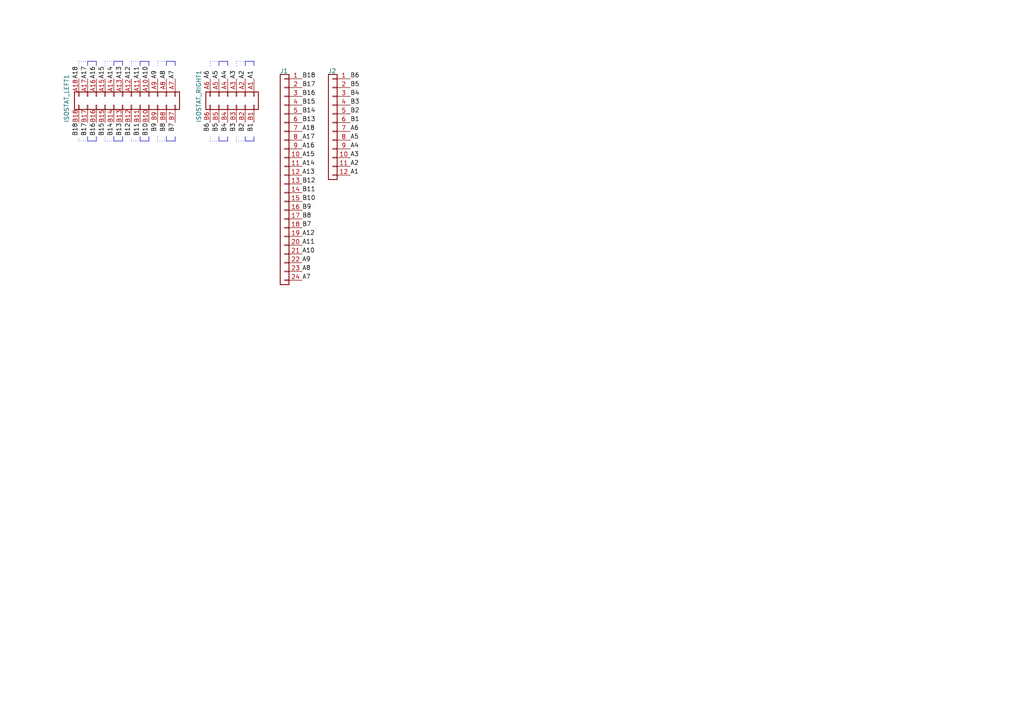
<source format=kicad_sch>
(kicad_sch (version 20250114) (generator "eeschema") (generator_version "9.0")
  (paper "A4")
  (lib_symbols
    (symbol "Connector_Generic:Conn_01x12" (pin_names (offset 1.016) (hide yes))
      (property "Reference" "J?" (at 2.54 -1.2699 0))
      (symbol "Conn_01x12_1_1"
        (rectangle (start -1.27 13.97) (end 1.27 -16.51) (stroke (width 0.254)))
        (rectangle (start -1.27 12.827) (end 0 12.573) (stroke (width 0.1524)))
        (rectangle (start -1.27 10.287) (end 0 10.033) (stroke (width 0.1524)))
        (rectangle (start -1.27 7.747) (end 0 7.493) (stroke (width 0.1524)))
        (rectangle (start -1.27 5.207) (end 0 4.953) (stroke (width 0.1524)))
        (rectangle (start -1.27 2.667) (end 0 2.413) (stroke (width 0.1524)))
        (rectangle (start -1.27 0.127) (end 0 -0.127) (stroke (width 0.1524)))
        (rectangle (start -1.27 -2.413) (end 0 -2.667) (stroke (width 0.1524)))
        (rectangle (start -1.27 -4.953) (end 0 -5.207) (stroke (width 0.1524)))
        (rectangle (start -1.27 -7.493) (end 0 -7.747) (stroke (width 0.1524)))
        (rectangle (start -1.27 -10.033) (end 0 -10.287) (stroke (width 0.1524)))
        (rectangle (start -1.27 -12.573) (end 0 -12.827) (stroke (width 0.1524)))
        (rectangle (start -1.27 -15.113) (end 0 -15.367) (stroke (width 0.1524)))
        (pin passive line (at -5.08 12.7 0) (length 3.81) (name "Pin_1") (number "1"))
        (pin passive line (at -5.08 10.16 0) (length 3.81) (name "Pin_2") (number "2"))
        (pin passive line (at -5.08 7.62 0) (length 3.81) (name "Pin_3") (number "3"))
        (pin passive line (at -5.08 5.08 0) (length 3.81) (name "Pin_4") (number "4"))
        (pin passive line (at -5.08 2.54 0) (length 3.81) (name "Pin_5") (number "5"))
        (pin passive line (at -5.08 0 0) (length 3.81) (name "Pin_6") (number "6"))
        (pin passive line (at -5.08 -2.54 0) (length 3.81) (name "Pin_7") (number "7"))
        (pin passive line (at -5.08 -5.08 0) (length 3.81) (name "Pin_8") (number "8"))
        (pin passive line (at -5.08 -7.62 0) (length 3.81) (name "Pin_9") (number "9"))
        (pin passive line (at -5.08 -10.16 0) (length 3.81) (name "Pin_10") (number "10"))
        (pin passive line (at -5.08 -12.7 0) (length 3.81) (name "Pin_11") (number "11"))
        (pin passive line (at -5.08 -15.24 0) (length 3.81) (name "Pin_12") (number "12"))
      )
    )
    (symbol "Connector_Generic:Conn_01x24" (pin_names (offset 1.016) (hide yes))
      (property "Reference" "J?" (at 2.54 0.0001 0))
      (property "Value" "Conn_01x24" (at 2.54 -2.5399 0))
      (symbol "Conn_01x24_1_1"
        (rectangle (start -1.27 29.21) (end 1.27 -31.75) (stroke (width 0.254)))
        (rectangle (start -1.27 28.067) (end 0 27.813) (stroke (width 0.1524)))
        (rectangle (start -1.27 25.527) (end 0 25.273) (stroke (width 0.1524)))
        (rectangle (start -1.27 22.987) (end 0 22.733) (stroke (width 0.1524)))
        (rectangle (start -1.27 20.447) (end 0 20.193) (stroke (width 0.1524)))
        (rectangle (start -1.27 17.907) (end 0 17.653) (stroke (width 0.1524)))
        (rectangle (start -1.27 15.367) (end 0 15.113) (stroke (width 0.1524)))
        (rectangle (start -1.27 12.827) (end 0 12.573) (stroke (width 0.1524)))
        (rectangle (start -1.27 10.287) (end 0 10.033) (stroke (width 0.1524)))
        (rectangle (start -1.27 7.747) (end 0 7.493) (stroke (width 0.1524)))
        (rectangle (start -1.27 5.207) (end 0 4.953) (stroke (width 0.1524)))
        (rectangle (start -1.27 2.667) (end 0 2.413) (stroke (width 0.1524)))
        (rectangle (start -1.27 0.127) (end 0 -0.127) (stroke (width 0.1524)))
        (rectangle (start -1.27 -2.413) (end 0 -2.667) (stroke (width 0.1524)))
        (rectangle (start -1.27 -4.953) (end 0 -5.207) (stroke (width 0.1524)))
        (rectangle (start -1.27 -7.493) (end 0 -7.747) (stroke (width 0.1524)))
        (rectangle (start -1.27 -10.033) (end 0 -10.287) (stroke (width 0.1524)))
        (rectangle (start -1.27 -12.573) (end 0 -12.827) (stroke (width 0.1524)))
        (rectangle (start -1.27 -15.113) (end 0 -15.367) (stroke (width 0.1524)))
        (rectangle (start -1.27 -17.653) (end 0 -17.907) (stroke (width 0.1524)))
        (rectangle (start -1.27 -20.193) (end 0 -20.447) (stroke (width 0.1524)))
        (rectangle (start -1.27 -22.733) (end 0 -22.987) (stroke (width 0.1524)))
        (rectangle (start -1.27 -25.273) (end 0 -25.527) (stroke (width 0.1524)))
        (rectangle (start -1.27 -27.813) (end 0 -28.067) (stroke (width 0.1524)))
        (rectangle (start -1.27 -30.353) (end 0 -30.607) (stroke (width 0.1524)))
        (pin passive line (at -5.08 27.94 0) (length 3.81) (name "Pin_1") (number "1"))
        (pin passive line (at -5.08 25.4 0) (length 3.81) (name "Pin_2") (number "2"))
        (pin passive line (at -5.08 22.86 0) (length 3.81) (name "Pin_3") (number "3"))
        (pin passive line (at -5.08 20.32 0) (length 3.81) (name "Pin_4") (number "4"))
        (pin passive line (at -5.08 17.78 0) (length 3.81) (name "Pin_5") (number "5"))
        (pin passive line (at -5.08 15.24 0) (length 3.81) (name "Pin_6") (number "6"))
        (pin passive line (at -5.08 12.7 0) (length 3.81) (name "Pin_7") (number "7"))
        (pin passive line (at -5.08 10.16 0) (length 3.81) (name "Pin_8") (number "8"))
        (pin passive line (at -5.08 7.62 0) (length 3.81) (name "Pin_9") (number "9"))
        (pin passive line (at -5.08 5.08 0) (length 3.81) (name "Pin_10") (number "10"))
        (pin passive line (at -5.08 2.54 0) (length 3.81) (name "Pin_11") (number "11"))
        (pin passive line (at -5.08 0 0) (length 3.81) (name "Pin_12") (number "12"))
        (pin passive line (at -5.08 -2.54 0) (length 3.81) (name "Pin_13") (number "13"))
        (pin passive line (at -5.08 -5.08 0) (length 3.81) (name "Pin_14") (number "14"))
        (pin passive line (at -5.08 -7.62 0) (length 3.81) (name "Pin_15") (number "15"))
        (pin passive line (at -5.08 -10.16 0) (length 3.81) (name "Pin_16") (number "16"))
        (pin passive line (at -5.08 -12.7 0) (length 3.81) (name "Pin_17") (number "17"))
        (pin passive line (at -5.08 -15.24 0) (length 3.81) (name "Pin_18") (number "18"))
        (pin passive line (at -5.08 -17.78 0) (length 3.81) (name "Pin_19") (number "19"))
        (pin passive line (at -5.08 -20.32 0) (length 3.81) (name "Pin_20") (number "20"))
        (pin passive line (at -5.08 -22.86 0) (length 3.81) (name "Pin_21") (number "21"))
        (pin passive line (at -5.08 -25.4 0) (length 3.81) (name "Pin_22") (number "22"))
        (pin passive line (at -5.08 -27.94 0) (length 3.81) (name "Pin_23") (number "23"))
        (pin passive line (at -5.08 -30.48 0) (length 3.81) (name "Pin_24") (number "24"))
      )
    )
    (symbol "Connector_Generic:Conn_02x06_Row_Letter_Last" (pin_names (offset 1.016) (hide yes))
      (property "Reference" "ISOSTAT_RIGHT1" (at 7.62 -10.922 0))
      (symbol "Conn_02x06_Row_Letter_Last_1_1"
        (rectangle (start -1.27 6.35) (end 3.81 -8.89) (stroke (width 0.254)))
        (rectangle (start -1.27 5.207) (end 0 4.953) (stroke (width 0.1524)))
        (rectangle (start -1.27 2.667) (end 0 2.413) (stroke (width 0.1524)))
        (rectangle (start -1.27 0.127) (end 0 -0.127) (stroke (width 0.1524)))
        (rectangle (start -1.27 -2.413) (end 0 -2.667) (stroke (width 0.1524)))
        (rectangle (start -1.27 -4.953) (end 0 -5.207) (stroke (width 0.1524)))
        (rectangle (start -1.27 -7.493) (end 0 -7.747) (stroke (width 0.1524)))
        (rectangle (start 2.54 2.667) (end 3.81 2.413) (stroke (width 0.1524)))
        (rectangle (start 3.81 5.207) (end 2.54 4.953) (stroke (width 0.1524)))
        (rectangle (start 3.81 0.127) (end 2.54 -0.127) (stroke (width 0.1524)))
        (rectangle (start 3.81 -2.413) (end 2.54 -2.667) (stroke (width 0.1524)))
        (rectangle (start 3.81 -4.953) (end 2.54 -5.207) (stroke (width 0.1524)))
        (rectangle (start 3.81 -7.493) (end 2.54 -7.747) (stroke (width 0.1524)))
        (pin passive line (at -5.08 5.08 0) (length 3.81) (name "Pin_A1") (number "A1"))
        (pin passive line (at -5.08 2.54 0) (length 3.81) (name "Pin_A2") (number "A2"))
        (pin passive line (at -5.08 0 0) (length 3.81) (name "Pin_A3") (number "A3"))
        (pin passive line (at -5.08 -2.54 0) (length 3.81) (name "Pin_A4") (number "A4"))
        (pin passive line (at -5.08 -5.08 0) (length 3.81) (name "Pin_A5") (number "A5"))
        (pin passive line (at -5.08 -7.62 0) (length 3.81) (name "Pin_A6") (number "A6"))
        (pin passive line (at 7.62 5.08 180) (length 3.81) (name "Pin_B1") (number "B1"))
        (pin passive line (at 7.62 2.54 180) (length 3.81) (name "Pin_B2") (number "B2"))
        (pin passive line (at 7.62 0 180) (length 3.81) (name "Pin_B3") (number "B3"))
        (pin passive line (at 7.62 -2.54 180) (length 3.81) (name "Pin_B4") (number "B4"))
        (pin passive line (at 7.62 -5.08 180) (length 3.81) (name "Pin_B5") (number "B5"))
        (pin passive line (at 7.62 -7.62 180) (length 3.81) (name "Pin_B6") (number "B6"))
      )
    )
    (symbol "Connector_Generic:Conn_02x12_Row_Letter_Last" (pin_names (offset 1.016) (hide yes))
      (property "Reference" "ISOSTAT_LEFT1" (at 7.62 -18.796 0))
      (symbol "Conn_02x12_Row_Letter_Last_1_1"
        (rectangle (start -1.27 13.97) (end 3.81 -16.51) (stroke (width 0.254)))
        (rectangle (start -1.27 12.827) (end 0 12.573) (stroke (width 0.1524)))
        (rectangle (start -1.27 10.287) (end 0 10.033) (stroke (width 0.1524)))
        (rectangle (start -1.27 7.747) (end 0 7.493) (stroke (width 0.1524)))
        (rectangle (start -1.27 5.207) (end 0 4.953) (stroke (width 0.1524)))
        (rectangle (start -1.27 2.667) (end 0 2.413) (stroke (width 0.1524)))
        (rectangle (start -1.27 0.127) (end 0 -0.127) (stroke (width 0.1524)))
        (rectangle (start -1.27 -2.413) (end 0 -2.667) (stroke (width 0.1524)))
        (rectangle (start -1.27 -4.953) (end 0 -5.207) (stroke (width 0.1524)))
        (rectangle (start -1.27 -7.493) (end 0 -7.747) (stroke (width 0.1524)))
        (rectangle (start -1.27 -10.033) (end 0 -10.287) (stroke (width 0.1524)))
        (rectangle (start -1.27 -12.573) (end 0 -12.827) (stroke (width 0.1524)))
        (rectangle (start -1.27 -15.113) (end 0 -15.367) (stroke (width 0.1524)))
        (rectangle (start 3.81 12.827) (end 2.54 12.573) (stroke (width 0.1524)))
        (rectangle (start 3.81 10.287) (end 2.54 10.033) (stroke (width 0.1524)))
        (rectangle (start 3.81 7.747) (end 2.54 7.493) (stroke (width 0.1524)))
        (rectangle (start 3.81 5.207) (end 2.54 4.953) (stroke (width 0.1524)))
        (rectangle (start 3.81 2.667) (end 2.54 2.413) (stroke (width 0.1524)))
        (rectangle (start 3.81 0.127) (end 2.54 -0.127) (stroke (width 0.1524)))
        (rectangle (start 3.81 -2.413) (end 2.54 -2.667) (stroke (width 0.1524)))
        (rectangle (start 3.81 -4.953) (end 2.54 -5.207) (stroke (width 0.1524)))
        (rectangle (start 3.81 -7.493) (end 2.54 -7.747) (stroke (width 0.1524)))
        (rectangle (start 3.81 -10.033) (end 2.54 -10.287) (stroke (width 0.1524)))
        (rectangle (start 3.81 -12.573) (end 2.54 -12.827) (stroke (width 0.1524)))
        (rectangle (start 3.81 -15.113) (end 2.54 -15.367) (stroke (width 0.1524)))
        (pin passive line (at -5.08 12.7 0) (length 3.81) (name "Pin_A7") (number "A7"))
        (pin passive line (at -5.08 10.16 0) (length 3.81) (name "Pin_A8") (number "A8"))
        (pin passive line (at -5.08 7.62 0) (length 3.81) (name "Pin_A9") (number "A9"))
        (pin passive line (at -5.08 5.08 0) (length 3.81) (name "Pin_A10") (number "A10"))
        (pin passive line (at -5.08 2.54 0) (length 3.81) (name "Pin_A11") (number "A11"))
        (pin passive line (at -5.08 0 0) (length 3.81) (name "Pin_A12") (number "A12"))
        (pin passive line (at -5.08 -2.54 0) (length 3.81) (name "Pin_A13") (number "A13"))
        (pin passive line (at -5.08 -5.08 0) (length 3.81) (name "Pin_A14") (number "A14"))
        (pin passive line (at -5.08 -7.62 0) (length 3.81) (name "Pin_A15") (number "A15"))
        (pin passive line (at -5.08 -10.16 0) (length 3.81) (name "Pin_A16") (number "A16"))
        (pin passive line (at -5.08 -12.7 0) (length 3.81) (name "Pin_A17") (number "A17"))
        (pin passive line (at -5.08 -15.24 0) (length 3.81) (name "Pin_A18") (number "A18"))
        (pin passive line (at 7.62 12.7 180) (length 3.81) (name "Pin_B7") (number "B7"))
        (pin passive line (at 7.62 10.16 180) (length 3.81) (name "Pin_B8") (number "B8"))
        (pin passive line (at 7.62 7.62 180) (length 3.81) (name "Pin_B9") (number "B9"))
        (pin passive line (at 7.62 5.08 180) (length 3.81) (name "Pin_B10") (number "B10"))
        (pin passive line (at 7.62 2.54 180) (length 3.81) (name "Pin_B11") (number "B11"))
        (pin passive line (at 7.62 0 180) (length 3.81) (name "Pin_B12") (number "B12"))
        (pin passive line (at 7.62 -2.54 180) (length 3.81) (name "Pin_B13") (number "B13"))
        (pin passive line (at 7.62 -5.08 180) (length 3.81) (name "Pin_B14") (number "B14"))
        (pin passive line (at 7.62 -7.62 180) (length 3.81) (name "Pin_B15") (number "B15"))
        (pin passive line (at 7.62 -10.16 180) (length 3.81) (name "Pin_B16") (number "B16"))
        (pin passive line (at 7.62 -12.7 180) (length 3.81) (name "Pin_B17") (number "B17"))
        (pin passive line (at 7.62 -15.24 180) (length 3.81) (name "Pin_B18") (number "B18"))
      )
    )
  )
  (polyline (pts (xy 33.02 40.894) (xy 35.56 40.894)))
  (polyline (pts (xy 66.04 19.05) (xy 66.04 17.78)))
  (polyline (pts (xy 38.1 17.78) (xy 38.1 19.685)) (stroke (width 0) (type dot)))
  (polyline (pts (xy 30.48 39.624) (xy 30.48 39.624)) (stroke (width 0) (type dot)))
  (polyline (pts (xy 27.94 40.894) (xy 27.94 39.624)))
  (polyline (pts (xy 30.48 17.78) (xy 33.02 17.78)) (stroke (width 0) (type dot)))
  (polyline (pts (xy 35.56 40.894) (xy 35.56 39.624)))
  (polyline (pts (xy 48.26 17.78) (xy 48.26 19.05)))
  (polyline (pts (xy 68.58 39.624) (xy 68.58 39.624)) (stroke (width 0) (type dot)))
  (polyline (pts (xy 25.4 17.78) (xy 25.4 19.05)))
  (polyline (pts (xy 22.86 40.894) (xy 25.4 40.894)) (stroke (width 0) (type dot)))
  (polyline (pts (xy 38.1 17.78) (xy 40.64 17.78)) (stroke (width 0) (type dot)))
  (polyline (pts (xy 66.04 40.894) (xy 66.04 39.624)))
  (polyline (pts (xy 40.64 17.78) (xy 40.64 19.05)))
  (polyline (pts (xy 71.12 17.78) (xy 71.12 19.05)))
  (polyline (pts (xy 40.64 39.624) (xy 40.64 40.894)))
  (polyline (pts (xy 22.86 17.78) (xy 25.4 17.78)) (stroke (width 0) (type dot)))
  (polyline (pts (xy 45.72 40.894) (xy 48.26 40.894)) (stroke (width 0) (type dot)))
  (polyline (pts (xy 45.72 17.78) (xy 45.72 19.685)) (stroke (width 0) (type dot)))
  (polyline (pts (xy 35.56 17.78) (xy 33.02 17.78)))
  (polyline (pts (xy 63.5 17.78) (xy 63.5 19.05)))
  (polyline (pts (xy 43.18 19.05) (xy 43.18 17.78)))
  (polyline (pts (xy 50.8 19.05) (xy 50.8 17.78)))
  (polyline (pts (xy 68.58 40.894) (xy 71.12 40.894)) (stroke (width 0) (type dot)))
  (polyline (pts (xy 33.02 17.78) (xy 33.02 19.05)))
  (polyline (pts (xy 22.86 17.78) (xy 22.86 19.685)) (stroke (width 0) (type dot)))
  (polyline (pts (xy 60.96 40.894) (xy 60.96 39.624)) (stroke (width 0) (type dot)))
  (polyline (pts (xy 38.1 40.894) (xy 38.1 39.624)) (stroke (width 0) (type dot)))
  (polyline (pts (xy 71.12 40.894) (xy 73.66 40.894)))
  (polyline (pts (xy 60.96 40.894) (xy 63.5 40.894)) (stroke (width 0) (type dot)))
  (polyline (pts (xy 66.04 17.78) (xy 63.5 17.78)))
  (polyline (pts (xy 68.58 17.78) (xy 68.58 19.685)) (stroke (width 0) (type dot)))
  (polyline (pts (xy 71.12 39.624) (xy 71.12 40.894)))
  (polyline (pts (xy 45.72 17.78) (xy 48.26 17.78)) (stroke (width 0) (type dot)))
  (polyline (pts (xy 60.96 17.78) (xy 63.5 17.78)) (stroke (width 0) (type dot)))
  (polyline (pts (xy 30.48 40.894) (xy 33.02 40.894)) (stroke (width 0) (type dot)))
  (polyline (pts (xy 30.48 40.894) (xy 30.48 39.624)) (stroke (width 0) (type dot)))
  (polyline (pts (xy 45.72 40.894) (xy 45.72 39.624)) (stroke (width 0) (type dot)))
  (polyline (pts (xy 45.72 39.624) (xy 45.72 39.624)) (stroke (width 0) (type dot)))
  (polyline (pts (xy 25.4 39.624) (xy 25.4 40.894)))
  (polyline (pts (xy 63.5 39.624) (xy 63.5 40.894)))
  (polyline (pts (xy 22.86 40.894) (xy 22.86 39.624)) (stroke (width 0) (type dot)))
  (polyline (pts (xy 38.1 40.894) (xy 40.64 40.894)) (stroke (width 0) (type dot)))
  (polyline (pts (xy 73.66 40.894) (xy 73.66 39.624)))
  (polyline (pts (xy 60.96 17.78) (xy 60.96 19.685)) (stroke (width 0) (type dot)))
  (polyline (pts (xy 73.66 19.05) (xy 73.66 17.78)))
  (polyline (pts (xy 43.18 40.894) (xy 43.18 39.624)))
  (polyline (pts (xy 73.66 17.78) (xy 71.12 17.78)))
  (polyline (pts (xy 30.48 17.78) (xy 30.48 19.685)) (stroke (width 0) (type dot)))
  (polyline (pts (xy 43.18 17.78) (xy 40.64 17.78)))
  (polyline (pts (xy 60.96 39.624) (xy 60.96 39.624)) (stroke (width 0) (type dot)))
  (polyline (pts (xy 27.94 17.78) (xy 25.4 17.78)))
  (polyline (pts (xy 35.56 19.05) (xy 35.56 17.78)))
  (polyline (pts (xy 50.8 17.78) (xy 48.26 17.78)))
  (polyline (pts (xy 45.72 39.624) (xy 45.72 39.624)))
  (polyline (pts (xy 50.8 40.894) (xy 50.8 39.624)))
  (polyline (pts (xy 63.5 40.894) (xy 66.04 40.894)))
  (polyline (pts (xy 27.94 19.05) (xy 27.94 17.78)))
  (polyline (pts (xy 48.26 40.894) (xy 50.8 40.894)))
  (polyline (pts (xy 25.4 40.894) (xy 27.94 40.894)))
  (polyline (pts (xy 48.26 39.624) (xy 48.26 40.894)))
  (polyline (pts (xy 68.58 40.894) (xy 68.58 39.624)) (stroke (width 0) (type dot)))
  (polyline (pts (xy 40.64 40.894) (xy 43.18 40.894)))
  (polyline (pts (xy 33.02 39.624) (xy 33.02 40.894)))
  (polyline (pts (xy 68.58 17.78) (xy 71.12 17.78)) (stroke (width 0) (type dot)))
  (label "A16" (at 27.94 22.86 90))
  (label "A7" (at 87.63 81.28 0))
  (label "A12" (at 87.63 68.58 0))
  (label "B12" (at 87.63 53.34 0))
  (label "A3" (at 68.58 22.86 90))
  (label "A10" (at 43.18 22.86 90))
  (label "A4" (at 101.6 43.18 0))
  (label "B15" (at 87.63 30.48 0))
  (label "A2" (at 71.12 22.86 90))
  (label "B9" (at 87.63 60.96 0))
  (label "B17" (at 25.4 35.56 270))
  (label "B18" (at 87.63 22.86 0))
  (label "A7" (at 50.8 22.86 90))
  (label "A3" (at 101.6 45.72 0))
  (label "B16" (at 27.94 35.56 270))
  (label "A1" (at 73.66 22.86 90))
  (label "A6" (at 101.6 38.1 0))
  (label "B15" (at 30.48 35.56 270))
  (label "A9" (at 45.72 22.86 90))
  (label "A10" (at 87.63 73.66 0))
  (label "B2" (at 101.6 33.02 0))
  (label "A1" (at 101.6 50.8 0))
  (label "B6" (at 60.96 35.56 270))
  (label "A8" (at 48.26 22.86 90))
  (label "B18" (at 22.86 35.56 270))
  (label "A13" (at 35.56 22.86 90))
  (label "B2" (at 71.12 35.56 270))
  (label "B17" (at 87.63 25.4 0))
  (label "B4" (at 101.6 27.94 0))
  (label "A17" (at 25.4 22.86 90))
  (label "A11" (at 40.64 22.86 90))
  (label "B8" (at 87.63 63.5 0))
  (label "A14" (at 33.02 22.86 90))
  (label "A2" (at 101.6 48.26 0))
  (label "B11" (at 40.64 35.56 270))
  (label "B5" (at 101.6 25.4 0))
  (label "B12" (at 38.1 35.56 270))
  (label "A18" (at 87.63 38.1 0))
  (label "B13" (at 35.56 35.56 270))
  (label "A15" (at 30.48 22.86 90))
  (label "B11" (at 87.63 55.88 0))
  (label "B7" (at 87.63 66.04 0))
  (label "B3" (at 101.6 30.48 0))
  (label "A4" (at 66.04 22.86 90))
  (label "B1" (at 73.66 35.56 270))
  (label "B14" (at 87.63 33.02 0))
  (label "B9" (at 45.72 35.56 270))
  (label "B13" (at 87.63 35.56 0))
  (label "B10" (at 43.18 35.56 270))
  (label "A17" (at 87.63 40.64 0))
  (label "B10" (at 87.63 58.42 0))
  (label "A13" (at 87.63 50.8 0))
  (label "A5" (at 63.5 22.86 90))
  (label "B16" (at 87.63 27.94 0))
  (label "B6" (at 101.6 22.86 0))
  (label "B1" (at 101.6 35.56 0))
  (label "B5" (at 63.5 35.56 270))
  (label "A15" (at 87.63 45.72 0))
  (label "B4" (at 66.04 35.56 270))
  (label "A11" (at 87.63 71.12 0))
  (label "B7" (at 50.8 35.56 270))
  (label "A9" (at 87.63 76.2 0))
  (label "A14" (at 87.63 48.26 0))
  (label "B14" (at 33.02 35.56 270))
  (label "A8" (at 87.63 78.74 0))
  (label "A18" (at 22.86 22.86 90))
  (label "B3" (at 68.58 35.56 270))
  (label "A6" (at 60.96 22.86 90))
  (label "A5" (at 101.6 40.64 0))
  (label "B8" (at 48.26 35.56 270))
  (label "A12" (at 38.1 22.86 90))
  (label "A16" (at 87.63 43.18 0))
  (symbol (lib_id "Connector_Generic:Conn_01x24") (at 82.55 50.8 0) (mirror y) (unit 1)
    (property "Reference" "J1" (at 83.566 20.574 0) (effects (justify left)))
    (property "Value" "Conn_01x24" (effects (hide yes)))
    (property "Footprint" "Connector_PinHeader_1.27mm:PinHeader_1x24_P1.27mm_Vertical" (effects (hide yes)))
    (property "Description" "Generic connector, single row, 01x24, script generated (kicad-library-utils/schlib/autogen/connector/)" (effects (hide yes)))
  )
  (symbol (lib_id "Connector_Generic:Conn_02x12_Row_Letter_Last") (at 38.1 27.94 270) (unit 1)
    (property "Reference" "ISOSTAT_LEFT1" (at 19.304 35.56 0) (effects (justify right)))
    (property "Value" "Conn_02x12_Row_Letter_Last" (effects (hide yes)))
    (property "Footprint" "Connector_PinHeader_2.54mm:PinHeader_2x12_P2.54mm_Vertical" (effects (hide yes)))
    (property "Description" "Generic connector, double row, 02x12, row letter last pin numbering scheme (pin number consists of a letter for the row and a number for the pin index in this row. 1a, ..., Na; 1b, ..., Nb)), script generated (kicad-library-utils/schlib/autogen/connector/)" (effects (hide yes)))
  )
  (symbol (lib_id "Connector_Generic:Conn_01x12") (at 96.52 35.56 0) (mirror y) (unit 1)
    (property "Reference" "J2" (at 97.536 20.574 0) (effects (justify left)))
    (property "Value" "Conn_01x12" (effects (hide yes)))
    (property "Footprint" "Connector_PinHeader_1.27mm:PinHeader_1x12_P1.27mm_Vertical" (effects (hide yes)))
    (property "Description" "Generic connector, single row, 01x12, script generated (kicad-library-utils/schlib/autogen/connector/)" (effects (hide yes)))
  )
  (symbol (lib_id "Connector_Generic:Conn_02x06_Row_Letter_Last") (at 68.58 27.94 270) (unit 1)
    (property "Reference" "ISOSTAT_RIGHT1" (at 57.658 35.56 0) (effects (justify right)))
    (property "Value" "Conn_02x06_Row_Letter_Last" (effects (hide yes)))
    (property "Footprint" "Connector_PinHeader_2.54mm:PinHeader_2x06_P2.54mm_Vertical" (effects (hide yes)))
    (property "Description" "Generic connector, double row, 02x06, row letter last pin numbering scheme (pin number consists of a letter for the row and a number for the pin index in this row. 1a, ..., Na; 1b, ..., Nb)), script generated (kicad-library-utils/schlib/autogen/connector/)" (effects (hide yes)))
  )
)
</source>
